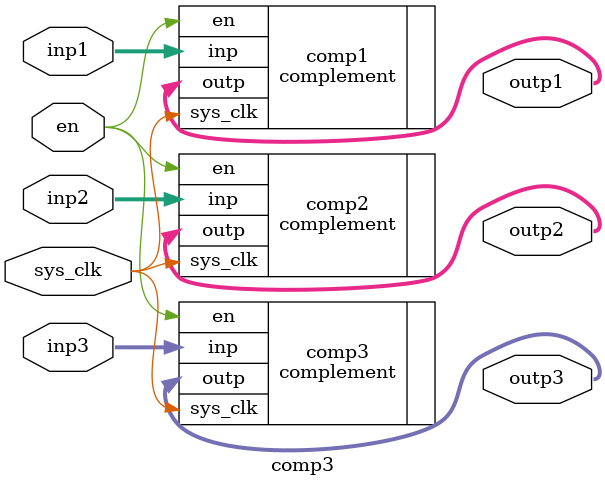
<source format=v>
`timescale 1ns / 1ps


module comp3(
    input sys_clk,
    input en,
    input [9:0] inp1,
    input [9:0] inp2,
    input [9:0] inp3,
    output [9:0] outp1,
    output [9:0] outp2,
    output [9:0] outp3
    );

complement comp1 (.sys_clk(sys_clk), .en(en), .inp(inp1), .outp(outp1));
complement comp2 (.sys_clk(sys_clk), .en(en), .inp(inp2), .outp(outp2));
complement comp3 (.sys_clk(sys_clk), .en(en), .inp(inp3), .outp(outp3));

endmodule

</source>
